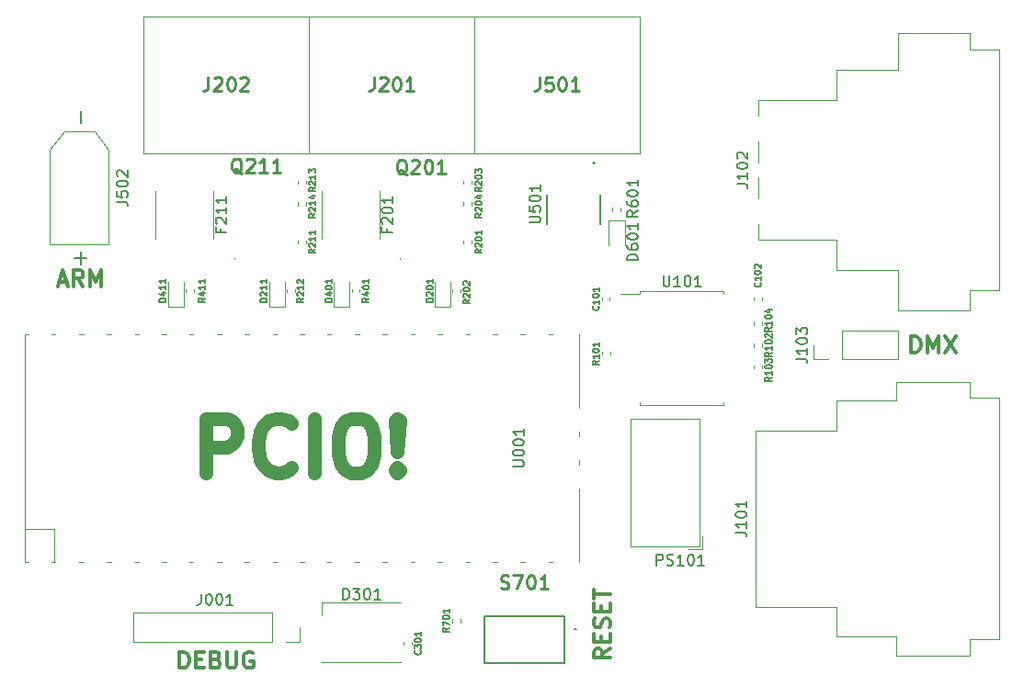
<source format=gbr>
%TF.GenerationSoftware,KiCad,Pcbnew,(6.0.0-0)*%
%TF.CreationDate,2022-10-23T23:34:43+01:00*%
%TF.ProjectId,PicoPyro,5069636f-5079-4726-9f2e-6b696361645f,rev?*%
%TF.SameCoordinates,Original*%
%TF.FileFunction,Legend,Top*%
%TF.FilePolarity,Positive*%
%FSLAX46Y46*%
G04 Gerber Fmt 4.6, Leading zero omitted, Abs format (unit mm)*
G04 Created by KiCad (PCBNEW (6.0.0-0)) date 2022-10-23 23:34:43*
%MOMM*%
%LPD*%
G01*
G04 APERTURE LIST*
%ADD10C,1.250000*%
%ADD11C,0.300000*%
%ADD12C,0.150000*%
%ADD13C,0.254000*%
%ADD14C,0.127000*%
%ADD15C,0.200000*%
%ADD16C,0.100000*%
%ADD17C,0.120000*%
G04 APERTURE END LIST*
D10*
X143190476Y-100761904D02*
X143190476Y-95761904D01*
X145095238Y-95761904D01*
X145571428Y-96000000D01*
X145809523Y-96238095D01*
X146047619Y-96714285D01*
X146047619Y-97428571D01*
X145809523Y-97904761D01*
X145571428Y-98142857D01*
X145095238Y-98380952D01*
X143190476Y-98380952D01*
X151047619Y-100285714D02*
X150809523Y-100523809D01*
X150095238Y-100761904D01*
X149619047Y-100761904D01*
X148904761Y-100523809D01*
X148428571Y-100047619D01*
X148190476Y-99571428D01*
X147952380Y-98619047D01*
X147952380Y-97904761D01*
X148190476Y-96952380D01*
X148428571Y-96476190D01*
X148904761Y-96000000D01*
X149619047Y-95761904D01*
X150095238Y-95761904D01*
X150809523Y-96000000D01*
X151047619Y-96238095D01*
X153190476Y-100761904D02*
X153190476Y-95761904D01*
X156523809Y-95761904D02*
X157476190Y-95761904D01*
X157952380Y-96000000D01*
X158428571Y-96476190D01*
X158666666Y-97428571D01*
X158666666Y-99095238D01*
X158428571Y-100047619D01*
X157952380Y-100523809D01*
X157476190Y-100761904D01*
X156523809Y-100761904D01*
X156047619Y-100523809D01*
X155571428Y-100047619D01*
X155333333Y-99095238D01*
X155333333Y-97428571D01*
X155571428Y-96476190D01*
X156047619Y-96000000D01*
X156523809Y-95761904D01*
X160809523Y-100285714D02*
X161047619Y-100523809D01*
X160809523Y-100761904D01*
X160571428Y-100523809D01*
X160809523Y-100285714D01*
X160809523Y-100761904D01*
X160809523Y-98857142D02*
X160571428Y-96000000D01*
X160809523Y-95761904D01*
X161047619Y-96000000D01*
X160809523Y-98857142D01*
X160809523Y-95761904D01*
D11*
X180378571Y-116978571D02*
X179664285Y-117478571D01*
X180378571Y-117835714D02*
X178878571Y-117835714D01*
X178878571Y-117264285D01*
X178950000Y-117121428D01*
X179021428Y-117050000D01*
X179164285Y-116978571D01*
X179378571Y-116978571D01*
X179521428Y-117050000D01*
X179592857Y-117121428D01*
X179664285Y-117264285D01*
X179664285Y-117835714D01*
X179592857Y-116335714D02*
X179592857Y-115835714D01*
X180378571Y-115621428D02*
X180378571Y-116335714D01*
X178878571Y-116335714D01*
X178878571Y-115621428D01*
X180307142Y-115050000D02*
X180378571Y-114835714D01*
X180378571Y-114478571D01*
X180307142Y-114335714D01*
X180235714Y-114264285D01*
X180092857Y-114192857D01*
X179950000Y-114192857D01*
X179807142Y-114264285D01*
X179735714Y-114335714D01*
X179664285Y-114478571D01*
X179592857Y-114764285D01*
X179521428Y-114907142D01*
X179450000Y-114978571D01*
X179307142Y-115050000D01*
X179164285Y-115050000D01*
X179021428Y-114978571D01*
X178950000Y-114907142D01*
X178878571Y-114764285D01*
X178878571Y-114407142D01*
X178950000Y-114192857D01*
X179592857Y-113550000D02*
X179592857Y-113050000D01*
X180378571Y-112835714D02*
X180378571Y-113550000D01*
X178878571Y-113550000D01*
X178878571Y-112835714D01*
X178878571Y-112407142D02*
X178878571Y-111550000D01*
X180378571Y-111978571D02*
X178878571Y-111978571D01*
X208135714Y-89678571D02*
X208135714Y-88178571D01*
X208492857Y-88178571D01*
X208707142Y-88250000D01*
X208850000Y-88392857D01*
X208921428Y-88535714D01*
X208992857Y-88821428D01*
X208992857Y-89035714D01*
X208921428Y-89321428D01*
X208850000Y-89464285D01*
X208707142Y-89607142D01*
X208492857Y-89678571D01*
X208135714Y-89678571D01*
X209635714Y-89678571D02*
X209635714Y-88178571D01*
X210135714Y-89250000D01*
X210635714Y-88178571D01*
X210635714Y-89678571D01*
X211207142Y-88178571D02*
X212207142Y-89678571D01*
X212207142Y-88178571D02*
X211207142Y-89678571D01*
X140742857Y-118778571D02*
X140742857Y-117278571D01*
X141100000Y-117278571D01*
X141314285Y-117350000D01*
X141457142Y-117492857D01*
X141528571Y-117635714D01*
X141600000Y-117921428D01*
X141600000Y-118135714D01*
X141528571Y-118421428D01*
X141457142Y-118564285D01*
X141314285Y-118707142D01*
X141100000Y-118778571D01*
X140742857Y-118778571D01*
X142242857Y-117992857D02*
X142742857Y-117992857D01*
X142957142Y-118778571D02*
X142242857Y-118778571D01*
X142242857Y-117278571D01*
X142957142Y-117278571D01*
X144100000Y-117992857D02*
X144314285Y-118064285D01*
X144385714Y-118135714D01*
X144457142Y-118278571D01*
X144457142Y-118492857D01*
X144385714Y-118635714D01*
X144314285Y-118707142D01*
X144171428Y-118778571D01*
X143600000Y-118778571D01*
X143600000Y-117278571D01*
X144100000Y-117278571D01*
X144242857Y-117350000D01*
X144314285Y-117421428D01*
X144385714Y-117564285D01*
X144385714Y-117707142D01*
X144314285Y-117850000D01*
X144242857Y-117921428D01*
X144100000Y-117992857D01*
X143600000Y-117992857D01*
X145100000Y-117278571D02*
X145100000Y-118492857D01*
X145171428Y-118635714D01*
X145242857Y-118707142D01*
X145385714Y-118778571D01*
X145671428Y-118778571D01*
X145814285Y-118707142D01*
X145885714Y-118635714D01*
X145957142Y-118492857D01*
X145957142Y-117278571D01*
X147457142Y-117350000D02*
X147314285Y-117278571D01*
X147100000Y-117278571D01*
X146885714Y-117350000D01*
X146742857Y-117492857D01*
X146671428Y-117635714D01*
X146600000Y-117921428D01*
X146600000Y-118135714D01*
X146671428Y-118421428D01*
X146742857Y-118564285D01*
X146885714Y-118707142D01*
X147100000Y-118778571D01*
X147242857Y-118778571D01*
X147457142Y-118707142D01*
X147528571Y-118635714D01*
X147528571Y-118135714D01*
X147242857Y-118135714D01*
X129635714Y-83150000D02*
X130350000Y-83150000D01*
X129492857Y-83578571D02*
X129992857Y-82078571D01*
X130492857Y-83578571D01*
X131850000Y-83578571D02*
X131350000Y-82864285D01*
X130992857Y-83578571D02*
X130992857Y-82078571D01*
X131564285Y-82078571D01*
X131707142Y-82150000D01*
X131778571Y-82221428D01*
X131850000Y-82364285D01*
X131850000Y-82578571D01*
X131778571Y-82721428D01*
X131707142Y-82792857D01*
X131564285Y-82864285D01*
X130992857Y-82864285D01*
X132492857Y-83578571D02*
X132492857Y-82078571D01*
X132992857Y-83150000D01*
X133492857Y-82078571D01*
X133492857Y-83578571D01*
D12*
%TO.C,U501*%
X172952380Y-77714285D02*
X173761904Y-77714285D01*
X173857142Y-77666666D01*
X173904761Y-77619047D01*
X173952380Y-77523809D01*
X173952380Y-77333333D01*
X173904761Y-77238095D01*
X173857142Y-77190476D01*
X173761904Y-77142857D01*
X172952380Y-77142857D01*
X172952380Y-76190476D02*
X172952380Y-76666666D01*
X173428571Y-76714285D01*
X173380952Y-76666666D01*
X173333333Y-76571428D01*
X173333333Y-76333333D01*
X173380952Y-76238095D01*
X173428571Y-76190476D01*
X173523809Y-76142857D01*
X173761904Y-76142857D01*
X173857142Y-76190476D01*
X173904761Y-76238095D01*
X173952380Y-76333333D01*
X173952380Y-76571428D01*
X173904761Y-76666666D01*
X173857142Y-76714285D01*
X172952380Y-75523809D02*
X172952380Y-75428571D01*
X173000000Y-75333333D01*
X173047619Y-75285714D01*
X173142857Y-75238095D01*
X173333333Y-75190476D01*
X173571428Y-75190476D01*
X173761904Y-75238095D01*
X173857142Y-75285714D01*
X173904761Y-75333333D01*
X173952380Y-75428571D01*
X173952380Y-75523809D01*
X173904761Y-75619047D01*
X173857142Y-75666666D01*
X173761904Y-75714285D01*
X173571428Y-75761904D01*
X173333333Y-75761904D01*
X173142857Y-75714285D01*
X173047619Y-75666666D01*
X173000000Y-75619047D01*
X172952380Y-75523809D01*
X173952380Y-74238095D02*
X173952380Y-74809523D01*
X173952380Y-74523809D02*
X172952380Y-74523809D01*
X173095238Y-74619047D01*
X173190476Y-74714285D01*
X173238095Y-74809523D01*
D13*
%TO.C,S701*%
X170322857Y-111414047D02*
X170504285Y-111474523D01*
X170806666Y-111474523D01*
X170927619Y-111414047D01*
X170988095Y-111353571D01*
X171048571Y-111232619D01*
X171048571Y-111111666D01*
X170988095Y-110990714D01*
X170927619Y-110930238D01*
X170806666Y-110869761D01*
X170564761Y-110809285D01*
X170443809Y-110748809D01*
X170383333Y-110688333D01*
X170322857Y-110567380D01*
X170322857Y-110446428D01*
X170383333Y-110325476D01*
X170443809Y-110265000D01*
X170564761Y-110204523D01*
X170867142Y-110204523D01*
X171048571Y-110265000D01*
X171471904Y-110204523D02*
X172318571Y-110204523D01*
X171774285Y-111474523D01*
X173044285Y-110204523D02*
X173165238Y-110204523D01*
X173286190Y-110265000D01*
X173346666Y-110325476D01*
X173407142Y-110446428D01*
X173467619Y-110688333D01*
X173467619Y-110990714D01*
X173407142Y-111232619D01*
X173346666Y-111353571D01*
X173286190Y-111414047D01*
X173165238Y-111474523D01*
X173044285Y-111474523D01*
X172923333Y-111414047D01*
X172862857Y-111353571D01*
X172802380Y-111232619D01*
X172741904Y-110990714D01*
X172741904Y-110688333D01*
X172802380Y-110446428D01*
X172862857Y-110325476D01*
X172923333Y-110265000D01*
X173044285Y-110204523D01*
X174677142Y-111474523D02*
X173951428Y-111474523D01*
X174314285Y-111474523D02*
X174314285Y-110204523D01*
X174193333Y-110385952D01*
X174072380Y-110506904D01*
X173951428Y-110567380D01*
%TO.C,Q211*%
X146469523Y-73195476D02*
X146348571Y-73135000D01*
X146227619Y-73014047D01*
X146046190Y-72832619D01*
X145925238Y-72772142D01*
X145804285Y-72772142D01*
X145864761Y-73074523D02*
X145743809Y-73014047D01*
X145622857Y-72893095D01*
X145562380Y-72651190D01*
X145562380Y-72227857D01*
X145622857Y-71985952D01*
X145743809Y-71865000D01*
X145864761Y-71804523D01*
X146106666Y-71804523D01*
X146227619Y-71865000D01*
X146348571Y-71985952D01*
X146409047Y-72227857D01*
X146409047Y-72651190D01*
X146348571Y-72893095D01*
X146227619Y-73014047D01*
X146106666Y-73074523D01*
X145864761Y-73074523D01*
X146892857Y-71925476D02*
X146953333Y-71865000D01*
X147074285Y-71804523D01*
X147376666Y-71804523D01*
X147497619Y-71865000D01*
X147558095Y-71925476D01*
X147618571Y-72046428D01*
X147618571Y-72167380D01*
X147558095Y-72348809D01*
X146832380Y-73074523D01*
X147618571Y-73074523D01*
X148828095Y-73074523D02*
X148102380Y-73074523D01*
X148465238Y-73074523D02*
X148465238Y-71804523D01*
X148344285Y-71985952D01*
X148223333Y-72106904D01*
X148102380Y-72167380D01*
X150037619Y-73074523D02*
X149311904Y-73074523D01*
X149674761Y-73074523D02*
X149674761Y-71804523D01*
X149553809Y-71985952D01*
X149432857Y-72106904D01*
X149311904Y-72167380D01*
%TO.C,Q201*%
X161669523Y-73295476D02*
X161548571Y-73235000D01*
X161427619Y-73114047D01*
X161246190Y-72932619D01*
X161125238Y-72872142D01*
X161004285Y-72872142D01*
X161064761Y-73174523D02*
X160943809Y-73114047D01*
X160822857Y-72993095D01*
X160762380Y-72751190D01*
X160762380Y-72327857D01*
X160822857Y-72085952D01*
X160943809Y-71965000D01*
X161064761Y-71904523D01*
X161306666Y-71904523D01*
X161427619Y-71965000D01*
X161548571Y-72085952D01*
X161609047Y-72327857D01*
X161609047Y-72751190D01*
X161548571Y-72993095D01*
X161427619Y-73114047D01*
X161306666Y-73174523D01*
X161064761Y-73174523D01*
X162092857Y-72025476D02*
X162153333Y-71965000D01*
X162274285Y-71904523D01*
X162576666Y-71904523D01*
X162697619Y-71965000D01*
X162758095Y-72025476D01*
X162818571Y-72146428D01*
X162818571Y-72267380D01*
X162758095Y-72448809D01*
X162032380Y-73174523D01*
X162818571Y-73174523D01*
X163604761Y-71904523D02*
X163725714Y-71904523D01*
X163846666Y-71965000D01*
X163907142Y-72025476D01*
X163967619Y-72146428D01*
X164028095Y-72388333D01*
X164028095Y-72690714D01*
X163967619Y-72932619D01*
X163907142Y-73053571D01*
X163846666Y-73114047D01*
X163725714Y-73174523D01*
X163604761Y-73174523D01*
X163483809Y-73114047D01*
X163423333Y-73053571D01*
X163362857Y-72932619D01*
X163302380Y-72690714D01*
X163302380Y-72388333D01*
X163362857Y-72146428D01*
X163423333Y-72025476D01*
X163483809Y-71965000D01*
X163604761Y-71904523D01*
X165237619Y-73174523D02*
X164511904Y-73174523D01*
X164874761Y-73174523D02*
X164874761Y-71904523D01*
X164753809Y-72085952D01*
X164632857Y-72206904D01*
X164511904Y-72267380D01*
%TO.C,J501*%
X173857142Y-64304523D02*
X173857142Y-65211666D01*
X173796666Y-65393095D01*
X173675714Y-65514047D01*
X173494285Y-65574523D01*
X173373333Y-65574523D01*
X175066666Y-64304523D02*
X174461904Y-64304523D01*
X174401428Y-64909285D01*
X174461904Y-64848809D01*
X174582857Y-64788333D01*
X174885238Y-64788333D01*
X175006190Y-64848809D01*
X175066666Y-64909285D01*
X175127142Y-65030238D01*
X175127142Y-65332619D01*
X175066666Y-65453571D01*
X175006190Y-65514047D01*
X174885238Y-65574523D01*
X174582857Y-65574523D01*
X174461904Y-65514047D01*
X174401428Y-65453571D01*
X175913333Y-64304523D02*
X176034285Y-64304523D01*
X176155238Y-64365000D01*
X176215714Y-64425476D01*
X176276190Y-64546428D01*
X176336666Y-64788333D01*
X176336666Y-65090714D01*
X176276190Y-65332619D01*
X176215714Y-65453571D01*
X176155238Y-65514047D01*
X176034285Y-65574523D01*
X175913333Y-65574523D01*
X175792380Y-65514047D01*
X175731904Y-65453571D01*
X175671428Y-65332619D01*
X175610952Y-65090714D01*
X175610952Y-64788333D01*
X175671428Y-64546428D01*
X175731904Y-64425476D01*
X175792380Y-64365000D01*
X175913333Y-64304523D01*
X177546190Y-65574523D02*
X176820476Y-65574523D01*
X177183333Y-65574523D02*
X177183333Y-64304523D01*
X177062380Y-64485952D01*
X176941428Y-64606904D01*
X176820476Y-64667380D01*
%TO.C,J202*%
X143367142Y-64304523D02*
X143367142Y-65211666D01*
X143306666Y-65393095D01*
X143185714Y-65514047D01*
X143004285Y-65574523D01*
X142883333Y-65574523D01*
X143911428Y-64425476D02*
X143971904Y-64365000D01*
X144092857Y-64304523D01*
X144395238Y-64304523D01*
X144516190Y-64365000D01*
X144576666Y-64425476D01*
X144637142Y-64546428D01*
X144637142Y-64667380D01*
X144576666Y-64848809D01*
X143850952Y-65574523D01*
X144637142Y-65574523D01*
X145423333Y-64304523D02*
X145544285Y-64304523D01*
X145665238Y-64365000D01*
X145725714Y-64425476D01*
X145786190Y-64546428D01*
X145846666Y-64788333D01*
X145846666Y-65090714D01*
X145786190Y-65332619D01*
X145725714Y-65453571D01*
X145665238Y-65514047D01*
X145544285Y-65574523D01*
X145423333Y-65574523D01*
X145302380Y-65514047D01*
X145241904Y-65453571D01*
X145181428Y-65332619D01*
X145120952Y-65090714D01*
X145120952Y-64788333D01*
X145181428Y-64546428D01*
X145241904Y-64425476D01*
X145302380Y-64365000D01*
X145423333Y-64304523D01*
X146330476Y-64425476D02*
X146390952Y-64365000D01*
X146511904Y-64304523D01*
X146814285Y-64304523D01*
X146935238Y-64365000D01*
X146995714Y-64425476D01*
X147056190Y-64546428D01*
X147056190Y-64667380D01*
X146995714Y-64848809D01*
X146270000Y-65574523D01*
X147056190Y-65574523D01*
%TO.C,J201*%
X158617142Y-64304523D02*
X158617142Y-65211666D01*
X158556666Y-65393095D01*
X158435714Y-65514047D01*
X158254285Y-65574523D01*
X158133333Y-65574523D01*
X159161428Y-64425476D02*
X159221904Y-64365000D01*
X159342857Y-64304523D01*
X159645238Y-64304523D01*
X159766190Y-64365000D01*
X159826666Y-64425476D01*
X159887142Y-64546428D01*
X159887142Y-64667380D01*
X159826666Y-64848809D01*
X159100952Y-65574523D01*
X159887142Y-65574523D01*
X160673333Y-64304523D02*
X160794285Y-64304523D01*
X160915238Y-64365000D01*
X160975714Y-64425476D01*
X161036190Y-64546428D01*
X161096666Y-64788333D01*
X161096666Y-65090714D01*
X161036190Y-65332619D01*
X160975714Y-65453571D01*
X160915238Y-65514047D01*
X160794285Y-65574523D01*
X160673333Y-65574523D01*
X160552380Y-65514047D01*
X160491904Y-65453571D01*
X160431428Y-65332619D01*
X160370952Y-65090714D01*
X160370952Y-64788333D01*
X160431428Y-64546428D01*
X160491904Y-64425476D01*
X160552380Y-64365000D01*
X160673333Y-64304523D01*
X162306190Y-65574523D02*
X161580476Y-65574523D01*
X161943333Y-65574523D02*
X161943333Y-64304523D01*
X161822380Y-64485952D01*
X161701428Y-64606904D01*
X161580476Y-64667380D01*
D12*
%TO.C,U001*%
X171452380Y-100214285D02*
X172261904Y-100214285D01*
X172357142Y-100166666D01*
X172404761Y-100119047D01*
X172452380Y-100023809D01*
X172452380Y-99833333D01*
X172404761Y-99738095D01*
X172357142Y-99690476D01*
X172261904Y-99642857D01*
X171452380Y-99642857D01*
X171452380Y-98976190D02*
X171452380Y-98880952D01*
X171500000Y-98785714D01*
X171547619Y-98738095D01*
X171642857Y-98690476D01*
X171833333Y-98642857D01*
X172071428Y-98642857D01*
X172261904Y-98690476D01*
X172357142Y-98738095D01*
X172404761Y-98785714D01*
X172452380Y-98880952D01*
X172452380Y-98976190D01*
X172404761Y-99071428D01*
X172357142Y-99119047D01*
X172261904Y-99166666D01*
X172071428Y-99214285D01*
X171833333Y-99214285D01*
X171642857Y-99166666D01*
X171547619Y-99119047D01*
X171500000Y-99071428D01*
X171452380Y-98976190D01*
X171452380Y-98023809D02*
X171452380Y-97928571D01*
X171500000Y-97833333D01*
X171547619Y-97785714D01*
X171642857Y-97738095D01*
X171833333Y-97690476D01*
X172071428Y-97690476D01*
X172261904Y-97738095D01*
X172357142Y-97785714D01*
X172404761Y-97833333D01*
X172452380Y-97928571D01*
X172452380Y-98023809D01*
X172404761Y-98119047D01*
X172357142Y-98166666D01*
X172261904Y-98214285D01*
X172071428Y-98261904D01*
X171833333Y-98261904D01*
X171642857Y-98214285D01*
X171547619Y-98166666D01*
X171500000Y-98119047D01*
X171452380Y-98023809D01*
X172452380Y-96738095D02*
X172452380Y-97309523D01*
X172452380Y-97023809D02*
X171452380Y-97023809D01*
X171595238Y-97119047D01*
X171690476Y-97214285D01*
X171738095Y-97309523D01*
%TO.C,J502*%
X134952380Y-75785714D02*
X135666666Y-75785714D01*
X135809523Y-75833333D01*
X135904761Y-75928571D01*
X135952380Y-76071428D01*
X135952380Y-76166666D01*
X134952380Y-74833333D02*
X134952380Y-75309523D01*
X135428571Y-75357142D01*
X135380952Y-75309523D01*
X135333333Y-75214285D01*
X135333333Y-74976190D01*
X135380952Y-74880952D01*
X135428571Y-74833333D01*
X135523809Y-74785714D01*
X135761904Y-74785714D01*
X135857142Y-74833333D01*
X135904761Y-74880952D01*
X135952380Y-74976190D01*
X135952380Y-75214285D01*
X135904761Y-75309523D01*
X135857142Y-75357142D01*
X134952380Y-74166666D02*
X134952380Y-74071428D01*
X135000000Y-73976190D01*
X135047619Y-73928571D01*
X135142857Y-73880952D01*
X135333333Y-73833333D01*
X135571428Y-73833333D01*
X135761904Y-73880952D01*
X135857142Y-73928571D01*
X135904761Y-73976190D01*
X135952380Y-74071428D01*
X135952380Y-74166666D01*
X135904761Y-74261904D01*
X135857142Y-74309523D01*
X135761904Y-74357142D01*
X135571428Y-74404761D01*
X135333333Y-74404761D01*
X135142857Y-74357142D01*
X135047619Y-74309523D01*
X135000000Y-74261904D01*
X134952380Y-74166666D01*
X135047619Y-73452380D02*
X135000000Y-73404761D01*
X134952380Y-73309523D01*
X134952380Y-73071428D01*
X135000000Y-72976190D01*
X135047619Y-72928571D01*
X135142857Y-72880952D01*
X135238095Y-72880952D01*
X135380952Y-72928571D01*
X135952380Y-73500000D01*
X135952380Y-72880952D01*
X131607142Y-68571428D02*
X131607142Y-67428571D01*
X131607142Y-81571428D02*
X131607142Y-80428571D01*
X132178571Y-81000000D02*
X131035714Y-81000000D01*
%TO.C,U101*%
X185285714Y-82602380D02*
X185285714Y-83411904D01*
X185333333Y-83507142D01*
X185380952Y-83554761D01*
X185476190Y-83602380D01*
X185666666Y-83602380D01*
X185761904Y-83554761D01*
X185809523Y-83507142D01*
X185857142Y-83411904D01*
X185857142Y-82602380D01*
X186857142Y-83602380D02*
X186285714Y-83602380D01*
X186571428Y-83602380D02*
X186571428Y-82602380D01*
X186476190Y-82745238D01*
X186380952Y-82840476D01*
X186285714Y-82888095D01*
X187476190Y-82602380D02*
X187571428Y-82602380D01*
X187666666Y-82650000D01*
X187714285Y-82697619D01*
X187761904Y-82792857D01*
X187809523Y-82983333D01*
X187809523Y-83221428D01*
X187761904Y-83411904D01*
X187714285Y-83507142D01*
X187666666Y-83554761D01*
X187571428Y-83602380D01*
X187476190Y-83602380D01*
X187380952Y-83554761D01*
X187333333Y-83507142D01*
X187285714Y-83411904D01*
X187238095Y-83221428D01*
X187238095Y-82983333D01*
X187285714Y-82792857D01*
X187333333Y-82697619D01*
X187380952Y-82650000D01*
X187476190Y-82602380D01*
X188761904Y-83602380D02*
X188190476Y-83602380D01*
X188476190Y-83602380D02*
X188476190Y-82602380D01*
X188380952Y-82745238D01*
X188285714Y-82840476D01*
X188190476Y-82888095D01*
%TO.C,R701*%
X165571428Y-115071428D02*
X165285714Y-115271428D01*
X165571428Y-115414285D02*
X164971428Y-115414285D01*
X164971428Y-115185714D01*
X165000000Y-115128571D01*
X165028571Y-115100000D01*
X165085714Y-115071428D01*
X165171428Y-115071428D01*
X165228571Y-115100000D01*
X165257142Y-115128571D01*
X165285714Y-115185714D01*
X165285714Y-115414285D01*
X164971428Y-114871428D02*
X164971428Y-114471428D01*
X165571428Y-114728571D01*
X164971428Y-114128571D02*
X164971428Y-114071428D01*
X165000000Y-114014285D01*
X165028571Y-113985714D01*
X165085714Y-113957142D01*
X165200000Y-113928571D01*
X165342857Y-113928571D01*
X165457142Y-113957142D01*
X165514285Y-113985714D01*
X165542857Y-114014285D01*
X165571428Y-114071428D01*
X165571428Y-114128571D01*
X165542857Y-114185714D01*
X165514285Y-114214285D01*
X165457142Y-114242857D01*
X165342857Y-114271428D01*
X165200000Y-114271428D01*
X165085714Y-114242857D01*
X165028571Y-114214285D01*
X165000000Y-114185714D01*
X164971428Y-114128571D01*
X165571428Y-113357142D02*
X165571428Y-113700000D01*
X165571428Y-113528571D02*
X164971428Y-113528571D01*
X165057142Y-113585714D01*
X165114285Y-113642857D01*
X165142857Y-113700000D01*
%TO.C,R601*%
X182952380Y-76619047D02*
X182476190Y-76952380D01*
X182952380Y-77190476D02*
X181952380Y-77190476D01*
X181952380Y-76809523D01*
X182000000Y-76714285D01*
X182047619Y-76666666D01*
X182142857Y-76619047D01*
X182285714Y-76619047D01*
X182380952Y-76666666D01*
X182428571Y-76714285D01*
X182476190Y-76809523D01*
X182476190Y-77190476D01*
X181952380Y-75761904D02*
X181952380Y-75952380D01*
X182000000Y-76047619D01*
X182047619Y-76095238D01*
X182190476Y-76190476D01*
X182380952Y-76238095D01*
X182761904Y-76238095D01*
X182857142Y-76190476D01*
X182904761Y-76142857D01*
X182952380Y-76047619D01*
X182952380Y-75857142D01*
X182904761Y-75761904D01*
X182857142Y-75714285D01*
X182761904Y-75666666D01*
X182523809Y-75666666D01*
X182428571Y-75714285D01*
X182380952Y-75761904D01*
X182333333Y-75857142D01*
X182333333Y-76047619D01*
X182380952Y-76142857D01*
X182428571Y-76190476D01*
X182523809Y-76238095D01*
X181952380Y-75047619D02*
X181952380Y-74952380D01*
X182000000Y-74857142D01*
X182047619Y-74809523D01*
X182142857Y-74761904D01*
X182333333Y-74714285D01*
X182571428Y-74714285D01*
X182761904Y-74761904D01*
X182857142Y-74809523D01*
X182904761Y-74857142D01*
X182952380Y-74952380D01*
X182952380Y-75047619D01*
X182904761Y-75142857D01*
X182857142Y-75190476D01*
X182761904Y-75238095D01*
X182571428Y-75285714D01*
X182333333Y-75285714D01*
X182142857Y-75238095D01*
X182047619Y-75190476D01*
X182000000Y-75142857D01*
X181952380Y-75047619D01*
X182952380Y-73761904D02*
X182952380Y-74333333D01*
X182952380Y-74047619D02*
X181952380Y-74047619D01*
X182095238Y-74142857D01*
X182190476Y-74238095D01*
X182238095Y-74333333D01*
%TO.C,R411*%
X143071428Y-84671428D02*
X142785714Y-84871428D01*
X143071428Y-85014285D02*
X142471428Y-85014285D01*
X142471428Y-84785714D01*
X142500000Y-84728571D01*
X142528571Y-84700000D01*
X142585714Y-84671428D01*
X142671428Y-84671428D01*
X142728571Y-84700000D01*
X142757142Y-84728571D01*
X142785714Y-84785714D01*
X142785714Y-85014285D01*
X142671428Y-84157142D02*
X143071428Y-84157142D01*
X142442857Y-84300000D02*
X142871428Y-84442857D01*
X142871428Y-84071428D01*
X143071428Y-83528571D02*
X143071428Y-83871428D01*
X143071428Y-83700000D02*
X142471428Y-83700000D01*
X142557142Y-83757142D01*
X142614285Y-83814285D01*
X142642857Y-83871428D01*
X143071428Y-82957142D02*
X143071428Y-83300000D01*
X143071428Y-83128571D02*
X142471428Y-83128571D01*
X142557142Y-83185714D01*
X142614285Y-83242857D01*
X142642857Y-83300000D01*
%TO.C,R401*%
X158171428Y-84671428D02*
X157885714Y-84871428D01*
X158171428Y-85014285D02*
X157571428Y-85014285D01*
X157571428Y-84785714D01*
X157600000Y-84728571D01*
X157628571Y-84700000D01*
X157685714Y-84671428D01*
X157771428Y-84671428D01*
X157828571Y-84700000D01*
X157857142Y-84728571D01*
X157885714Y-84785714D01*
X157885714Y-85014285D01*
X157771428Y-84157142D02*
X158171428Y-84157142D01*
X157542857Y-84300000D02*
X157971428Y-84442857D01*
X157971428Y-84071428D01*
X157571428Y-83728571D02*
X157571428Y-83671428D01*
X157600000Y-83614285D01*
X157628571Y-83585714D01*
X157685714Y-83557142D01*
X157800000Y-83528571D01*
X157942857Y-83528571D01*
X158057142Y-83557142D01*
X158114285Y-83585714D01*
X158142857Y-83614285D01*
X158171428Y-83671428D01*
X158171428Y-83728571D01*
X158142857Y-83785714D01*
X158114285Y-83814285D01*
X158057142Y-83842857D01*
X157942857Y-83871428D01*
X157800000Y-83871428D01*
X157685714Y-83842857D01*
X157628571Y-83814285D01*
X157600000Y-83785714D01*
X157571428Y-83728571D01*
X158171428Y-82957142D02*
X158171428Y-83300000D01*
X158171428Y-83128571D02*
X157571428Y-83128571D01*
X157657142Y-83185714D01*
X157714285Y-83242857D01*
X157742857Y-83300000D01*
%TO.C,R214*%
X153271428Y-76871428D02*
X152985714Y-77071428D01*
X153271428Y-77214285D02*
X152671428Y-77214285D01*
X152671428Y-76985714D01*
X152700000Y-76928571D01*
X152728571Y-76900000D01*
X152785714Y-76871428D01*
X152871428Y-76871428D01*
X152928571Y-76900000D01*
X152957142Y-76928571D01*
X152985714Y-76985714D01*
X152985714Y-77214285D01*
X152728571Y-76642857D02*
X152700000Y-76614285D01*
X152671428Y-76557142D01*
X152671428Y-76414285D01*
X152700000Y-76357142D01*
X152728571Y-76328571D01*
X152785714Y-76300000D01*
X152842857Y-76300000D01*
X152928571Y-76328571D01*
X153271428Y-76671428D01*
X153271428Y-76300000D01*
X153271428Y-75728571D02*
X153271428Y-76071428D01*
X153271428Y-75900000D02*
X152671428Y-75900000D01*
X152757142Y-75957142D01*
X152814285Y-76014285D01*
X152842857Y-76071428D01*
X152871428Y-75214285D02*
X153271428Y-75214285D01*
X152642857Y-75357142D02*
X153071428Y-75500000D01*
X153071428Y-75128571D01*
%TO.C,R213*%
X153271428Y-74471428D02*
X152985714Y-74671428D01*
X153271428Y-74814285D02*
X152671428Y-74814285D01*
X152671428Y-74585714D01*
X152700000Y-74528571D01*
X152728571Y-74500000D01*
X152785714Y-74471428D01*
X152871428Y-74471428D01*
X152928571Y-74500000D01*
X152957142Y-74528571D01*
X152985714Y-74585714D01*
X152985714Y-74814285D01*
X152728571Y-74242857D02*
X152700000Y-74214285D01*
X152671428Y-74157142D01*
X152671428Y-74014285D01*
X152700000Y-73957142D01*
X152728571Y-73928571D01*
X152785714Y-73900000D01*
X152842857Y-73900000D01*
X152928571Y-73928571D01*
X153271428Y-74271428D01*
X153271428Y-73900000D01*
X153271428Y-73328571D02*
X153271428Y-73671428D01*
X153271428Y-73500000D02*
X152671428Y-73500000D01*
X152757142Y-73557142D01*
X152814285Y-73614285D01*
X152842857Y-73671428D01*
X152671428Y-73128571D02*
X152671428Y-72757142D01*
X152900000Y-72957142D01*
X152900000Y-72871428D01*
X152928571Y-72814285D01*
X152957142Y-72785714D01*
X153014285Y-72757142D01*
X153157142Y-72757142D01*
X153214285Y-72785714D01*
X153242857Y-72814285D01*
X153271428Y-72871428D01*
X153271428Y-73042857D01*
X153242857Y-73100000D01*
X153214285Y-73128571D01*
%TO.C,R212*%
X152171428Y-84671428D02*
X151885714Y-84871428D01*
X152171428Y-85014285D02*
X151571428Y-85014285D01*
X151571428Y-84785714D01*
X151600000Y-84728571D01*
X151628571Y-84700000D01*
X151685714Y-84671428D01*
X151771428Y-84671428D01*
X151828571Y-84700000D01*
X151857142Y-84728571D01*
X151885714Y-84785714D01*
X151885714Y-85014285D01*
X151628571Y-84442857D02*
X151600000Y-84414285D01*
X151571428Y-84357142D01*
X151571428Y-84214285D01*
X151600000Y-84157142D01*
X151628571Y-84128571D01*
X151685714Y-84100000D01*
X151742857Y-84100000D01*
X151828571Y-84128571D01*
X152171428Y-84471428D01*
X152171428Y-84100000D01*
X152171428Y-83528571D02*
X152171428Y-83871428D01*
X152171428Y-83700000D02*
X151571428Y-83700000D01*
X151657142Y-83757142D01*
X151714285Y-83814285D01*
X151742857Y-83871428D01*
X151628571Y-83300000D02*
X151600000Y-83271428D01*
X151571428Y-83214285D01*
X151571428Y-83071428D01*
X151600000Y-83014285D01*
X151628571Y-82985714D01*
X151685714Y-82957142D01*
X151742857Y-82957142D01*
X151828571Y-82985714D01*
X152171428Y-83328571D01*
X152171428Y-82957142D01*
%TO.C,R211*%
X153271428Y-80171428D02*
X152985714Y-80371428D01*
X153271428Y-80514285D02*
X152671428Y-80514285D01*
X152671428Y-80285714D01*
X152700000Y-80228571D01*
X152728571Y-80200000D01*
X152785714Y-80171428D01*
X152871428Y-80171428D01*
X152928571Y-80200000D01*
X152957142Y-80228571D01*
X152985714Y-80285714D01*
X152985714Y-80514285D01*
X152728571Y-79942857D02*
X152700000Y-79914285D01*
X152671428Y-79857142D01*
X152671428Y-79714285D01*
X152700000Y-79657142D01*
X152728571Y-79628571D01*
X152785714Y-79600000D01*
X152842857Y-79600000D01*
X152928571Y-79628571D01*
X153271428Y-79971428D01*
X153271428Y-79600000D01*
X153271428Y-79028571D02*
X153271428Y-79371428D01*
X153271428Y-79200000D02*
X152671428Y-79200000D01*
X152757142Y-79257142D01*
X152814285Y-79314285D01*
X152842857Y-79371428D01*
X153271428Y-78457142D02*
X153271428Y-78800000D01*
X153271428Y-78628571D02*
X152671428Y-78628571D01*
X152757142Y-78685714D01*
X152814285Y-78742857D01*
X152842857Y-78800000D01*
%TO.C,R204*%
X168571428Y-76871428D02*
X168285714Y-77071428D01*
X168571428Y-77214285D02*
X167971428Y-77214285D01*
X167971428Y-76985714D01*
X168000000Y-76928571D01*
X168028571Y-76900000D01*
X168085714Y-76871428D01*
X168171428Y-76871428D01*
X168228571Y-76900000D01*
X168257142Y-76928571D01*
X168285714Y-76985714D01*
X168285714Y-77214285D01*
X168028571Y-76642857D02*
X168000000Y-76614285D01*
X167971428Y-76557142D01*
X167971428Y-76414285D01*
X168000000Y-76357142D01*
X168028571Y-76328571D01*
X168085714Y-76300000D01*
X168142857Y-76300000D01*
X168228571Y-76328571D01*
X168571428Y-76671428D01*
X168571428Y-76300000D01*
X167971428Y-75928571D02*
X167971428Y-75871428D01*
X168000000Y-75814285D01*
X168028571Y-75785714D01*
X168085714Y-75757142D01*
X168200000Y-75728571D01*
X168342857Y-75728571D01*
X168457142Y-75757142D01*
X168514285Y-75785714D01*
X168542857Y-75814285D01*
X168571428Y-75871428D01*
X168571428Y-75928571D01*
X168542857Y-75985714D01*
X168514285Y-76014285D01*
X168457142Y-76042857D01*
X168342857Y-76071428D01*
X168200000Y-76071428D01*
X168085714Y-76042857D01*
X168028571Y-76014285D01*
X168000000Y-75985714D01*
X167971428Y-75928571D01*
X168171428Y-75214285D02*
X168571428Y-75214285D01*
X167942857Y-75357142D02*
X168371428Y-75500000D01*
X168371428Y-75128571D01*
%TO.C,R203*%
X168571428Y-74471428D02*
X168285714Y-74671428D01*
X168571428Y-74814285D02*
X167971428Y-74814285D01*
X167971428Y-74585714D01*
X168000000Y-74528571D01*
X168028571Y-74500000D01*
X168085714Y-74471428D01*
X168171428Y-74471428D01*
X168228571Y-74500000D01*
X168257142Y-74528571D01*
X168285714Y-74585714D01*
X168285714Y-74814285D01*
X168028571Y-74242857D02*
X168000000Y-74214285D01*
X167971428Y-74157142D01*
X167971428Y-74014285D01*
X168000000Y-73957142D01*
X168028571Y-73928571D01*
X168085714Y-73900000D01*
X168142857Y-73900000D01*
X168228571Y-73928571D01*
X168571428Y-74271428D01*
X168571428Y-73900000D01*
X167971428Y-73528571D02*
X167971428Y-73471428D01*
X168000000Y-73414285D01*
X168028571Y-73385714D01*
X168085714Y-73357142D01*
X168200000Y-73328571D01*
X168342857Y-73328571D01*
X168457142Y-73357142D01*
X168514285Y-73385714D01*
X168542857Y-73414285D01*
X168571428Y-73471428D01*
X168571428Y-73528571D01*
X168542857Y-73585714D01*
X168514285Y-73614285D01*
X168457142Y-73642857D01*
X168342857Y-73671428D01*
X168200000Y-73671428D01*
X168085714Y-73642857D01*
X168028571Y-73614285D01*
X168000000Y-73585714D01*
X167971428Y-73528571D01*
X167971428Y-73128571D02*
X167971428Y-72757142D01*
X168200000Y-72957142D01*
X168200000Y-72871428D01*
X168228571Y-72814285D01*
X168257142Y-72785714D01*
X168314285Y-72757142D01*
X168457142Y-72757142D01*
X168514285Y-72785714D01*
X168542857Y-72814285D01*
X168571428Y-72871428D01*
X168571428Y-73042857D01*
X168542857Y-73100000D01*
X168514285Y-73128571D01*
%TO.C,R202*%
X167471428Y-84825069D02*
X167185714Y-85025069D01*
X167471428Y-85167926D02*
X166871428Y-85167926D01*
X166871428Y-84939355D01*
X166900000Y-84882212D01*
X166928571Y-84853641D01*
X166985714Y-84825069D01*
X167071428Y-84825069D01*
X167128571Y-84853641D01*
X167157142Y-84882212D01*
X167185714Y-84939355D01*
X167185714Y-85167926D01*
X166928571Y-84596498D02*
X166900000Y-84567926D01*
X166871428Y-84510783D01*
X166871428Y-84367926D01*
X166900000Y-84310783D01*
X166928571Y-84282212D01*
X166985714Y-84253641D01*
X167042857Y-84253641D01*
X167128571Y-84282212D01*
X167471428Y-84625069D01*
X167471428Y-84253641D01*
X166871428Y-83882212D02*
X166871428Y-83825069D01*
X166900000Y-83767926D01*
X166928571Y-83739355D01*
X166985714Y-83710783D01*
X167100000Y-83682212D01*
X167242857Y-83682212D01*
X167357142Y-83710783D01*
X167414285Y-83739355D01*
X167442857Y-83767926D01*
X167471428Y-83825069D01*
X167471428Y-83882212D01*
X167442857Y-83939355D01*
X167414285Y-83967926D01*
X167357142Y-83996498D01*
X167242857Y-84025069D01*
X167100000Y-84025069D01*
X166985714Y-83996498D01*
X166928571Y-83967926D01*
X166900000Y-83939355D01*
X166871428Y-83882212D01*
X166928571Y-83453641D02*
X166900000Y-83425069D01*
X166871428Y-83367926D01*
X166871428Y-83225069D01*
X166900000Y-83167926D01*
X166928571Y-83139355D01*
X166985714Y-83110783D01*
X167042857Y-83110783D01*
X167128571Y-83139355D01*
X167471428Y-83482212D01*
X167471428Y-83110783D01*
%TO.C,R201*%
X168571428Y-80171428D02*
X168285714Y-80371428D01*
X168571428Y-80514285D02*
X167971428Y-80514285D01*
X167971428Y-80285714D01*
X168000000Y-80228571D01*
X168028571Y-80200000D01*
X168085714Y-80171428D01*
X168171428Y-80171428D01*
X168228571Y-80200000D01*
X168257142Y-80228571D01*
X168285714Y-80285714D01*
X168285714Y-80514285D01*
X168028571Y-79942857D02*
X168000000Y-79914285D01*
X167971428Y-79857142D01*
X167971428Y-79714285D01*
X168000000Y-79657142D01*
X168028571Y-79628571D01*
X168085714Y-79600000D01*
X168142857Y-79600000D01*
X168228571Y-79628571D01*
X168571428Y-79971428D01*
X168571428Y-79600000D01*
X167971428Y-79228571D02*
X167971428Y-79171428D01*
X168000000Y-79114285D01*
X168028571Y-79085714D01*
X168085714Y-79057142D01*
X168200000Y-79028571D01*
X168342857Y-79028571D01*
X168457142Y-79057142D01*
X168514285Y-79085714D01*
X168542857Y-79114285D01*
X168571428Y-79171428D01*
X168571428Y-79228571D01*
X168542857Y-79285714D01*
X168514285Y-79314285D01*
X168457142Y-79342857D01*
X168342857Y-79371428D01*
X168200000Y-79371428D01*
X168085714Y-79342857D01*
X168028571Y-79314285D01*
X168000000Y-79285714D01*
X167971428Y-79228571D01*
X168571428Y-78457142D02*
X168571428Y-78800000D01*
X168571428Y-78628571D02*
X167971428Y-78628571D01*
X168057142Y-78685714D01*
X168114285Y-78742857D01*
X168142857Y-78800000D01*
%TO.C,R104*%
X195271428Y-87371428D02*
X194985714Y-87571428D01*
X195271428Y-87714285D02*
X194671428Y-87714285D01*
X194671428Y-87485714D01*
X194700000Y-87428571D01*
X194728571Y-87400000D01*
X194785714Y-87371428D01*
X194871428Y-87371428D01*
X194928571Y-87400000D01*
X194957142Y-87428571D01*
X194985714Y-87485714D01*
X194985714Y-87714285D01*
X195271428Y-86800000D02*
X195271428Y-87142857D01*
X195271428Y-86971428D02*
X194671428Y-86971428D01*
X194757142Y-87028571D01*
X194814285Y-87085714D01*
X194842857Y-87142857D01*
X194671428Y-86428571D02*
X194671428Y-86371428D01*
X194700000Y-86314285D01*
X194728571Y-86285714D01*
X194785714Y-86257142D01*
X194900000Y-86228571D01*
X195042857Y-86228571D01*
X195157142Y-86257142D01*
X195214285Y-86285714D01*
X195242857Y-86314285D01*
X195271428Y-86371428D01*
X195271428Y-86428571D01*
X195242857Y-86485714D01*
X195214285Y-86514285D01*
X195157142Y-86542857D01*
X195042857Y-86571428D01*
X194900000Y-86571428D01*
X194785714Y-86542857D01*
X194728571Y-86514285D01*
X194700000Y-86485714D01*
X194671428Y-86428571D01*
X194871428Y-85714285D02*
X195271428Y-85714285D01*
X194642857Y-85857142D02*
X195071428Y-86000000D01*
X195071428Y-85628571D01*
%TO.C,R103*%
X195271428Y-91971428D02*
X194985714Y-92171428D01*
X195271428Y-92314285D02*
X194671428Y-92314285D01*
X194671428Y-92085714D01*
X194700000Y-92028571D01*
X194728571Y-92000000D01*
X194785714Y-91971428D01*
X194871428Y-91971428D01*
X194928571Y-92000000D01*
X194957142Y-92028571D01*
X194985714Y-92085714D01*
X194985714Y-92314285D01*
X195271428Y-91400000D02*
X195271428Y-91742857D01*
X195271428Y-91571428D02*
X194671428Y-91571428D01*
X194757142Y-91628571D01*
X194814285Y-91685714D01*
X194842857Y-91742857D01*
X194671428Y-91028571D02*
X194671428Y-90971428D01*
X194700000Y-90914285D01*
X194728571Y-90885714D01*
X194785714Y-90857142D01*
X194900000Y-90828571D01*
X195042857Y-90828571D01*
X195157142Y-90857142D01*
X195214285Y-90885714D01*
X195242857Y-90914285D01*
X195271428Y-90971428D01*
X195271428Y-91028571D01*
X195242857Y-91085714D01*
X195214285Y-91114285D01*
X195157142Y-91142857D01*
X195042857Y-91171428D01*
X194900000Y-91171428D01*
X194785714Y-91142857D01*
X194728571Y-91114285D01*
X194700000Y-91085714D01*
X194671428Y-91028571D01*
X194671428Y-90628571D02*
X194671428Y-90257142D01*
X194900000Y-90457142D01*
X194900000Y-90371428D01*
X194928571Y-90314285D01*
X194957142Y-90285714D01*
X195014285Y-90257142D01*
X195157142Y-90257142D01*
X195214285Y-90285714D01*
X195242857Y-90314285D01*
X195271428Y-90371428D01*
X195271428Y-90542857D01*
X195242857Y-90600000D01*
X195214285Y-90628571D01*
%TO.C,R102*%
X195271428Y-89671428D02*
X194985714Y-89871428D01*
X195271428Y-90014285D02*
X194671428Y-90014285D01*
X194671428Y-89785714D01*
X194700000Y-89728571D01*
X194728571Y-89700000D01*
X194785714Y-89671428D01*
X194871428Y-89671428D01*
X194928571Y-89700000D01*
X194957142Y-89728571D01*
X194985714Y-89785714D01*
X194985714Y-90014285D01*
X195271428Y-89100000D02*
X195271428Y-89442857D01*
X195271428Y-89271428D02*
X194671428Y-89271428D01*
X194757142Y-89328571D01*
X194814285Y-89385714D01*
X194842857Y-89442857D01*
X194671428Y-88728571D02*
X194671428Y-88671428D01*
X194700000Y-88614285D01*
X194728571Y-88585714D01*
X194785714Y-88557142D01*
X194900000Y-88528571D01*
X195042857Y-88528571D01*
X195157142Y-88557142D01*
X195214285Y-88585714D01*
X195242857Y-88614285D01*
X195271428Y-88671428D01*
X195271428Y-88728571D01*
X195242857Y-88785714D01*
X195214285Y-88814285D01*
X195157142Y-88842857D01*
X195042857Y-88871428D01*
X194900000Y-88871428D01*
X194785714Y-88842857D01*
X194728571Y-88814285D01*
X194700000Y-88785714D01*
X194671428Y-88728571D01*
X194728571Y-88300000D02*
X194700000Y-88271428D01*
X194671428Y-88214285D01*
X194671428Y-88071428D01*
X194700000Y-88014285D01*
X194728571Y-87985714D01*
X194785714Y-87957142D01*
X194842857Y-87957142D01*
X194928571Y-87985714D01*
X195271428Y-88328571D01*
X195271428Y-87957142D01*
%TO.C,R101*%
X179371428Y-90471428D02*
X179085714Y-90671428D01*
X179371428Y-90814285D02*
X178771428Y-90814285D01*
X178771428Y-90585714D01*
X178800000Y-90528571D01*
X178828571Y-90500000D01*
X178885714Y-90471428D01*
X178971428Y-90471428D01*
X179028571Y-90500000D01*
X179057142Y-90528571D01*
X179085714Y-90585714D01*
X179085714Y-90814285D01*
X179371428Y-89900000D02*
X179371428Y-90242857D01*
X179371428Y-90071428D02*
X178771428Y-90071428D01*
X178857142Y-90128571D01*
X178914285Y-90185714D01*
X178942857Y-90242857D01*
X178771428Y-89528571D02*
X178771428Y-89471428D01*
X178800000Y-89414285D01*
X178828571Y-89385714D01*
X178885714Y-89357142D01*
X179000000Y-89328571D01*
X179142857Y-89328571D01*
X179257142Y-89357142D01*
X179314285Y-89385714D01*
X179342857Y-89414285D01*
X179371428Y-89471428D01*
X179371428Y-89528571D01*
X179342857Y-89585714D01*
X179314285Y-89614285D01*
X179257142Y-89642857D01*
X179142857Y-89671428D01*
X179000000Y-89671428D01*
X178885714Y-89642857D01*
X178828571Y-89614285D01*
X178800000Y-89585714D01*
X178771428Y-89528571D01*
X179371428Y-88757142D02*
X179371428Y-89100000D01*
X179371428Y-88928571D02*
X178771428Y-88928571D01*
X178857142Y-88985714D01*
X178914285Y-89042857D01*
X178942857Y-89100000D01*
%TO.C,PS101*%
X184675833Y-109309880D02*
X184675833Y-108309880D01*
X185056785Y-108309880D01*
X185152023Y-108357500D01*
X185199642Y-108405119D01*
X185247261Y-108500357D01*
X185247261Y-108643214D01*
X185199642Y-108738452D01*
X185152023Y-108786071D01*
X185056785Y-108833690D01*
X184675833Y-108833690D01*
X185628214Y-109262261D02*
X185771071Y-109309880D01*
X186009166Y-109309880D01*
X186104404Y-109262261D01*
X186152023Y-109214642D01*
X186199642Y-109119404D01*
X186199642Y-109024166D01*
X186152023Y-108928928D01*
X186104404Y-108881309D01*
X186009166Y-108833690D01*
X185818690Y-108786071D01*
X185723452Y-108738452D01*
X185675833Y-108690833D01*
X185628214Y-108595595D01*
X185628214Y-108500357D01*
X185675833Y-108405119D01*
X185723452Y-108357500D01*
X185818690Y-108309880D01*
X186056785Y-108309880D01*
X186199642Y-108357500D01*
X187152023Y-109309880D02*
X186580595Y-109309880D01*
X186866309Y-109309880D02*
X186866309Y-108309880D01*
X186771071Y-108452738D01*
X186675833Y-108547976D01*
X186580595Y-108595595D01*
X187771071Y-108309880D02*
X187866309Y-108309880D01*
X187961547Y-108357500D01*
X188009166Y-108405119D01*
X188056785Y-108500357D01*
X188104404Y-108690833D01*
X188104404Y-108928928D01*
X188056785Y-109119404D01*
X188009166Y-109214642D01*
X187961547Y-109262261D01*
X187866309Y-109309880D01*
X187771071Y-109309880D01*
X187675833Y-109262261D01*
X187628214Y-109214642D01*
X187580595Y-109119404D01*
X187532976Y-108928928D01*
X187532976Y-108690833D01*
X187580595Y-108500357D01*
X187628214Y-108405119D01*
X187675833Y-108357500D01*
X187771071Y-108309880D01*
X189056785Y-109309880D02*
X188485357Y-109309880D01*
X188771071Y-109309880D02*
X188771071Y-108309880D01*
X188675833Y-108452738D01*
X188580595Y-108547976D01*
X188485357Y-108595595D01*
%TO.C,J103*%
X197552380Y-90285714D02*
X198266666Y-90285714D01*
X198409523Y-90333333D01*
X198504761Y-90428571D01*
X198552380Y-90571428D01*
X198552380Y-90666666D01*
X198552380Y-89285714D02*
X198552380Y-89857142D01*
X198552380Y-89571428D02*
X197552380Y-89571428D01*
X197695238Y-89666666D01*
X197790476Y-89761904D01*
X197838095Y-89857142D01*
X197552380Y-88666666D02*
X197552380Y-88571428D01*
X197600000Y-88476190D01*
X197647619Y-88428571D01*
X197742857Y-88380952D01*
X197933333Y-88333333D01*
X198171428Y-88333333D01*
X198361904Y-88380952D01*
X198457142Y-88428571D01*
X198504761Y-88476190D01*
X198552380Y-88571428D01*
X198552380Y-88666666D01*
X198504761Y-88761904D01*
X198457142Y-88809523D01*
X198361904Y-88857142D01*
X198171428Y-88904761D01*
X197933333Y-88904761D01*
X197742857Y-88857142D01*
X197647619Y-88809523D01*
X197600000Y-88761904D01*
X197552380Y-88666666D01*
X197552380Y-88000000D02*
X197552380Y-87380952D01*
X197933333Y-87714285D01*
X197933333Y-87571428D01*
X197980952Y-87476190D01*
X198028571Y-87428571D01*
X198123809Y-87380952D01*
X198361904Y-87380952D01*
X198457142Y-87428571D01*
X198504761Y-87476190D01*
X198552380Y-87571428D01*
X198552380Y-87857142D01*
X198504761Y-87952380D01*
X198457142Y-88000000D01*
%TO.C,J102*%
X192062380Y-74135714D02*
X192776666Y-74135714D01*
X192919523Y-74183333D01*
X193014761Y-74278571D01*
X193062380Y-74421428D01*
X193062380Y-74516666D01*
X193062380Y-73135714D02*
X193062380Y-73707142D01*
X193062380Y-73421428D02*
X192062380Y-73421428D01*
X192205238Y-73516666D01*
X192300476Y-73611904D01*
X192348095Y-73707142D01*
X192062380Y-72516666D02*
X192062380Y-72421428D01*
X192110000Y-72326190D01*
X192157619Y-72278571D01*
X192252857Y-72230952D01*
X192443333Y-72183333D01*
X192681428Y-72183333D01*
X192871904Y-72230952D01*
X192967142Y-72278571D01*
X193014761Y-72326190D01*
X193062380Y-72421428D01*
X193062380Y-72516666D01*
X193014761Y-72611904D01*
X192967142Y-72659523D01*
X192871904Y-72707142D01*
X192681428Y-72754761D01*
X192443333Y-72754761D01*
X192252857Y-72707142D01*
X192157619Y-72659523D01*
X192110000Y-72611904D01*
X192062380Y-72516666D01*
X192157619Y-71802380D02*
X192110000Y-71754761D01*
X192062380Y-71659523D01*
X192062380Y-71421428D01*
X192110000Y-71326190D01*
X192157619Y-71278571D01*
X192252857Y-71230952D01*
X192348095Y-71230952D01*
X192490952Y-71278571D01*
X193062380Y-71850000D01*
X193062380Y-71230952D01*
%TO.C,J101*%
X191952380Y-106285714D02*
X192666666Y-106285714D01*
X192809523Y-106333333D01*
X192904761Y-106428571D01*
X192952380Y-106571428D01*
X192952380Y-106666666D01*
X192952380Y-105285714D02*
X192952380Y-105857142D01*
X192952380Y-105571428D02*
X191952380Y-105571428D01*
X192095238Y-105666666D01*
X192190476Y-105761904D01*
X192238095Y-105857142D01*
X191952380Y-104666666D02*
X191952380Y-104571428D01*
X192000000Y-104476190D01*
X192047619Y-104428571D01*
X192142857Y-104380952D01*
X192333333Y-104333333D01*
X192571428Y-104333333D01*
X192761904Y-104380952D01*
X192857142Y-104428571D01*
X192904761Y-104476190D01*
X192952380Y-104571428D01*
X192952380Y-104666666D01*
X192904761Y-104761904D01*
X192857142Y-104809523D01*
X192761904Y-104857142D01*
X192571428Y-104904761D01*
X192333333Y-104904761D01*
X192142857Y-104857142D01*
X192047619Y-104809523D01*
X192000000Y-104761904D01*
X191952380Y-104666666D01*
X192952380Y-103380952D02*
X192952380Y-103952380D01*
X192952380Y-103666666D02*
X191952380Y-103666666D01*
X192095238Y-103761904D01*
X192190476Y-103857142D01*
X192238095Y-103952380D01*
%TO.C,J001*%
X142714285Y-111952380D02*
X142714285Y-112666666D01*
X142666666Y-112809523D01*
X142571428Y-112904761D01*
X142428571Y-112952380D01*
X142333333Y-112952380D01*
X143380952Y-111952380D02*
X143476190Y-111952380D01*
X143571428Y-112000000D01*
X143619047Y-112047619D01*
X143666666Y-112142857D01*
X143714285Y-112333333D01*
X143714285Y-112571428D01*
X143666666Y-112761904D01*
X143619047Y-112857142D01*
X143571428Y-112904761D01*
X143476190Y-112952380D01*
X143380952Y-112952380D01*
X143285714Y-112904761D01*
X143238095Y-112857142D01*
X143190476Y-112761904D01*
X143142857Y-112571428D01*
X143142857Y-112333333D01*
X143190476Y-112142857D01*
X143238095Y-112047619D01*
X143285714Y-112000000D01*
X143380952Y-111952380D01*
X144333333Y-111952380D02*
X144428571Y-111952380D01*
X144523809Y-112000000D01*
X144571428Y-112047619D01*
X144619047Y-112142857D01*
X144666666Y-112333333D01*
X144666666Y-112571428D01*
X144619047Y-112761904D01*
X144571428Y-112857142D01*
X144523809Y-112904761D01*
X144428571Y-112952380D01*
X144333333Y-112952380D01*
X144238095Y-112904761D01*
X144190476Y-112857142D01*
X144142857Y-112761904D01*
X144095238Y-112571428D01*
X144095238Y-112333333D01*
X144142857Y-112142857D01*
X144190476Y-112047619D01*
X144238095Y-112000000D01*
X144333333Y-111952380D01*
X145619047Y-112952380D02*
X145047619Y-112952380D01*
X145333333Y-112952380D02*
X145333333Y-111952380D01*
X145238095Y-112095238D01*
X145142857Y-112190476D01*
X145047619Y-112238095D01*
%TO.C,F211*%
X144528571Y-78285714D02*
X144528571Y-78619047D01*
X145052380Y-78619047D02*
X144052380Y-78619047D01*
X144052380Y-78142857D01*
X144147619Y-77809523D02*
X144100000Y-77761904D01*
X144052380Y-77666666D01*
X144052380Y-77428571D01*
X144100000Y-77333333D01*
X144147619Y-77285714D01*
X144242857Y-77238095D01*
X144338095Y-77238095D01*
X144480952Y-77285714D01*
X145052380Y-77857142D01*
X145052380Y-77238095D01*
X145052380Y-76285714D02*
X145052380Y-76857142D01*
X145052380Y-76571428D02*
X144052380Y-76571428D01*
X144195238Y-76666666D01*
X144290476Y-76761904D01*
X144338095Y-76857142D01*
X145052380Y-75333333D02*
X145052380Y-75904761D01*
X145052380Y-75619047D02*
X144052380Y-75619047D01*
X144195238Y-75714285D01*
X144290476Y-75809523D01*
X144338095Y-75904761D01*
%TO.C,F201*%
X159828571Y-78285714D02*
X159828571Y-78619047D01*
X160352380Y-78619047D02*
X159352380Y-78619047D01*
X159352380Y-78142857D01*
X159447619Y-77809523D02*
X159400000Y-77761904D01*
X159352380Y-77666666D01*
X159352380Y-77428571D01*
X159400000Y-77333333D01*
X159447619Y-77285714D01*
X159542857Y-77238095D01*
X159638095Y-77238095D01*
X159780952Y-77285714D01*
X160352380Y-77857142D01*
X160352380Y-77238095D01*
X159352380Y-76619047D02*
X159352380Y-76523809D01*
X159400000Y-76428571D01*
X159447619Y-76380952D01*
X159542857Y-76333333D01*
X159733333Y-76285714D01*
X159971428Y-76285714D01*
X160161904Y-76333333D01*
X160257142Y-76380952D01*
X160304761Y-76428571D01*
X160352380Y-76523809D01*
X160352380Y-76619047D01*
X160304761Y-76714285D01*
X160257142Y-76761904D01*
X160161904Y-76809523D01*
X159971428Y-76857142D01*
X159733333Y-76857142D01*
X159542857Y-76809523D01*
X159447619Y-76761904D01*
X159400000Y-76714285D01*
X159352380Y-76619047D01*
X160352380Y-75333333D02*
X160352380Y-75904761D01*
X160352380Y-75619047D02*
X159352380Y-75619047D01*
X159495238Y-75714285D01*
X159590476Y-75809523D01*
X159638095Y-75904761D01*
%TO.C,D601*%
X182952380Y-81190476D02*
X181952380Y-81190476D01*
X181952380Y-80952380D01*
X182000000Y-80809523D01*
X182095238Y-80714285D01*
X182190476Y-80666666D01*
X182380952Y-80619047D01*
X182523809Y-80619047D01*
X182714285Y-80666666D01*
X182809523Y-80714285D01*
X182904761Y-80809523D01*
X182952380Y-80952380D01*
X182952380Y-81190476D01*
X181952380Y-79761904D02*
X181952380Y-79952380D01*
X182000000Y-80047619D01*
X182047619Y-80095238D01*
X182190476Y-80190476D01*
X182380952Y-80238095D01*
X182761904Y-80238095D01*
X182857142Y-80190476D01*
X182904761Y-80142857D01*
X182952380Y-80047619D01*
X182952380Y-79857142D01*
X182904761Y-79761904D01*
X182857142Y-79714285D01*
X182761904Y-79666666D01*
X182523809Y-79666666D01*
X182428571Y-79714285D01*
X182380952Y-79761904D01*
X182333333Y-79857142D01*
X182333333Y-80047619D01*
X182380952Y-80142857D01*
X182428571Y-80190476D01*
X182523809Y-80238095D01*
X181952380Y-79047619D02*
X181952380Y-78952380D01*
X182000000Y-78857142D01*
X182047619Y-78809523D01*
X182142857Y-78761904D01*
X182333333Y-78714285D01*
X182571428Y-78714285D01*
X182761904Y-78761904D01*
X182857142Y-78809523D01*
X182904761Y-78857142D01*
X182952380Y-78952380D01*
X182952380Y-79047619D01*
X182904761Y-79142857D01*
X182857142Y-79190476D01*
X182761904Y-79238095D01*
X182571428Y-79285714D01*
X182333333Y-79285714D01*
X182142857Y-79238095D01*
X182047619Y-79190476D01*
X182000000Y-79142857D01*
X181952380Y-79047619D01*
X182952380Y-77761904D02*
X182952380Y-78333333D01*
X182952380Y-78047619D02*
X181952380Y-78047619D01*
X182095238Y-78142857D01*
X182190476Y-78238095D01*
X182238095Y-78333333D01*
%TO.C,D411*%
X139471428Y-85014285D02*
X138871428Y-85014285D01*
X138871428Y-84871428D01*
X138900000Y-84785714D01*
X138957142Y-84728571D01*
X139014285Y-84700000D01*
X139128571Y-84671428D01*
X139214285Y-84671428D01*
X139328571Y-84700000D01*
X139385714Y-84728571D01*
X139442857Y-84785714D01*
X139471428Y-84871428D01*
X139471428Y-85014285D01*
X139071428Y-84157142D02*
X139471428Y-84157142D01*
X138842857Y-84300000D02*
X139271428Y-84442857D01*
X139271428Y-84071428D01*
X139471428Y-83528571D02*
X139471428Y-83871428D01*
X139471428Y-83700000D02*
X138871428Y-83700000D01*
X138957142Y-83757142D01*
X139014285Y-83814285D01*
X139042857Y-83871428D01*
X139471428Y-82957142D02*
X139471428Y-83300000D01*
X139471428Y-83128571D02*
X138871428Y-83128571D01*
X138957142Y-83185714D01*
X139014285Y-83242857D01*
X139042857Y-83300000D01*
%TO.C,D401*%
X154771428Y-85014285D02*
X154171428Y-85014285D01*
X154171428Y-84871428D01*
X154200000Y-84785714D01*
X154257142Y-84728571D01*
X154314285Y-84700000D01*
X154428571Y-84671428D01*
X154514285Y-84671428D01*
X154628571Y-84700000D01*
X154685714Y-84728571D01*
X154742857Y-84785714D01*
X154771428Y-84871428D01*
X154771428Y-85014285D01*
X154371428Y-84157142D02*
X154771428Y-84157142D01*
X154142857Y-84300000D02*
X154571428Y-84442857D01*
X154571428Y-84071428D01*
X154171428Y-83728571D02*
X154171428Y-83671428D01*
X154200000Y-83614285D01*
X154228571Y-83585714D01*
X154285714Y-83557142D01*
X154400000Y-83528571D01*
X154542857Y-83528571D01*
X154657142Y-83557142D01*
X154714285Y-83585714D01*
X154742857Y-83614285D01*
X154771428Y-83671428D01*
X154771428Y-83728571D01*
X154742857Y-83785714D01*
X154714285Y-83814285D01*
X154657142Y-83842857D01*
X154542857Y-83871428D01*
X154400000Y-83871428D01*
X154285714Y-83842857D01*
X154228571Y-83814285D01*
X154200000Y-83785714D01*
X154171428Y-83728571D01*
X154771428Y-82957142D02*
X154771428Y-83300000D01*
X154771428Y-83128571D02*
X154171428Y-83128571D01*
X154257142Y-83185714D01*
X154314285Y-83242857D01*
X154342857Y-83300000D01*
%TO.C,D301*%
X155809523Y-112452380D02*
X155809523Y-111452380D01*
X156047619Y-111452380D01*
X156190476Y-111500000D01*
X156285714Y-111595238D01*
X156333333Y-111690476D01*
X156380952Y-111880952D01*
X156380952Y-112023809D01*
X156333333Y-112214285D01*
X156285714Y-112309523D01*
X156190476Y-112404761D01*
X156047619Y-112452380D01*
X155809523Y-112452380D01*
X156714285Y-111452380D02*
X157333333Y-111452380D01*
X157000000Y-111833333D01*
X157142857Y-111833333D01*
X157238095Y-111880952D01*
X157285714Y-111928571D01*
X157333333Y-112023809D01*
X157333333Y-112261904D01*
X157285714Y-112357142D01*
X157238095Y-112404761D01*
X157142857Y-112452380D01*
X156857142Y-112452380D01*
X156761904Y-112404761D01*
X156714285Y-112357142D01*
X157952380Y-111452380D02*
X158047619Y-111452380D01*
X158142857Y-111500000D01*
X158190476Y-111547619D01*
X158238095Y-111642857D01*
X158285714Y-111833333D01*
X158285714Y-112071428D01*
X158238095Y-112261904D01*
X158190476Y-112357142D01*
X158142857Y-112404761D01*
X158047619Y-112452380D01*
X157952380Y-112452380D01*
X157857142Y-112404761D01*
X157809523Y-112357142D01*
X157761904Y-112261904D01*
X157714285Y-112071428D01*
X157714285Y-111833333D01*
X157761904Y-111642857D01*
X157809523Y-111547619D01*
X157857142Y-111500000D01*
X157952380Y-111452380D01*
X159238095Y-112452380D02*
X158666666Y-112452380D01*
X158952380Y-112452380D02*
X158952380Y-111452380D01*
X158857142Y-111595238D01*
X158761904Y-111690476D01*
X158666666Y-111738095D01*
%TO.C,D211*%
X148771428Y-85014285D02*
X148171428Y-85014285D01*
X148171428Y-84871428D01*
X148200000Y-84785714D01*
X148257142Y-84728571D01*
X148314285Y-84700000D01*
X148428571Y-84671428D01*
X148514285Y-84671428D01*
X148628571Y-84700000D01*
X148685714Y-84728571D01*
X148742857Y-84785714D01*
X148771428Y-84871428D01*
X148771428Y-85014285D01*
X148228571Y-84442857D02*
X148200000Y-84414285D01*
X148171428Y-84357142D01*
X148171428Y-84214285D01*
X148200000Y-84157142D01*
X148228571Y-84128571D01*
X148285714Y-84100000D01*
X148342857Y-84100000D01*
X148428571Y-84128571D01*
X148771428Y-84471428D01*
X148771428Y-84100000D01*
X148771428Y-83528571D02*
X148771428Y-83871428D01*
X148771428Y-83700000D02*
X148171428Y-83700000D01*
X148257142Y-83757142D01*
X148314285Y-83814285D01*
X148342857Y-83871428D01*
X148771428Y-82957142D02*
X148771428Y-83300000D01*
X148771428Y-83128571D02*
X148171428Y-83128571D01*
X148257142Y-83185714D01*
X148314285Y-83242857D01*
X148342857Y-83300000D01*
%TO.C,D201*%
X164071428Y-85014285D02*
X163471428Y-85014285D01*
X163471428Y-84871428D01*
X163500000Y-84785714D01*
X163557142Y-84728571D01*
X163614285Y-84700000D01*
X163728571Y-84671428D01*
X163814285Y-84671428D01*
X163928571Y-84700000D01*
X163985714Y-84728571D01*
X164042857Y-84785714D01*
X164071428Y-84871428D01*
X164071428Y-85014285D01*
X163528571Y-84442857D02*
X163500000Y-84414285D01*
X163471428Y-84357142D01*
X163471428Y-84214285D01*
X163500000Y-84157142D01*
X163528571Y-84128571D01*
X163585714Y-84100000D01*
X163642857Y-84100000D01*
X163728571Y-84128571D01*
X164071428Y-84471428D01*
X164071428Y-84100000D01*
X163471428Y-83728571D02*
X163471428Y-83671428D01*
X163500000Y-83614285D01*
X163528571Y-83585714D01*
X163585714Y-83557142D01*
X163700000Y-83528571D01*
X163842857Y-83528571D01*
X163957142Y-83557142D01*
X164014285Y-83585714D01*
X164042857Y-83614285D01*
X164071428Y-83671428D01*
X164071428Y-83728571D01*
X164042857Y-83785714D01*
X164014285Y-83814285D01*
X163957142Y-83842857D01*
X163842857Y-83871428D01*
X163700000Y-83871428D01*
X163585714Y-83842857D01*
X163528571Y-83814285D01*
X163500000Y-83785714D01*
X163471428Y-83728571D01*
X164071428Y-82957142D02*
X164071428Y-83300000D01*
X164071428Y-83128571D02*
X163471428Y-83128571D01*
X163557142Y-83185714D01*
X163614285Y-83242857D01*
X163642857Y-83300000D01*
%TO.C,C301*%
X162914285Y-117171428D02*
X162942857Y-117200000D01*
X162971428Y-117285714D01*
X162971428Y-117342857D01*
X162942857Y-117428571D01*
X162885714Y-117485714D01*
X162828571Y-117514285D01*
X162714285Y-117542857D01*
X162628571Y-117542857D01*
X162514285Y-117514285D01*
X162457142Y-117485714D01*
X162400000Y-117428571D01*
X162371428Y-117342857D01*
X162371428Y-117285714D01*
X162400000Y-117200000D01*
X162428571Y-117171428D01*
X162371428Y-116971428D02*
X162371428Y-116600000D01*
X162600000Y-116800000D01*
X162600000Y-116714285D01*
X162628571Y-116657142D01*
X162657142Y-116628571D01*
X162714285Y-116600000D01*
X162857142Y-116600000D01*
X162914285Y-116628571D01*
X162942857Y-116657142D01*
X162971428Y-116714285D01*
X162971428Y-116885714D01*
X162942857Y-116942857D01*
X162914285Y-116971428D01*
X162371428Y-116228571D02*
X162371428Y-116171428D01*
X162400000Y-116114285D01*
X162428571Y-116085714D01*
X162485714Y-116057142D01*
X162600000Y-116028571D01*
X162742857Y-116028571D01*
X162857142Y-116057142D01*
X162914285Y-116085714D01*
X162942857Y-116114285D01*
X162971428Y-116171428D01*
X162971428Y-116228571D01*
X162942857Y-116285714D01*
X162914285Y-116314285D01*
X162857142Y-116342857D01*
X162742857Y-116371428D01*
X162600000Y-116371428D01*
X162485714Y-116342857D01*
X162428571Y-116314285D01*
X162400000Y-116285714D01*
X162371428Y-116228571D01*
X162971428Y-115457142D02*
X162971428Y-115800000D01*
X162971428Y-115628571D02*
X162371428Y-115628571D01*
X162457142Y-115685714D01*
X162514285Y-115742857D01*
X162542857Y-115800000D01*
%TO.C,C102*%
X194214285Y-83271428D02*
X194242857Y-83300000D01*
X194271428Y-83385714D01*
X194271428Y-83442857D01*
X194242857Y-83528571D01*
X194185714Y-83585714D01*
X194128571Y-83614285D01*
X194014285Y-83642857D01*
X193928571Y-83642857D01*
X193814285Y-83614285D01*
X193757142Y-83585714D01*
X193700000Y-83528571D01*
X193671428Y-83442857D01*
X193671428Y-83385714D01*
X193700000Y-83300000D01*
X193728571Y-83271428D01*
X194271428Y-82700000D02*
X194271428Y-83042857D01*
X194271428Y-82871428D02*
X193671428Y-82871428D01*
X193757142Y-82928571D01*
X193814285Y-82985714D01*
X193842857Y-83042857D01*
X193671428Y-82328571D02*
X193671428Y-82271428D01*
X193700000Y-82214285D01*
X193728571Y-82185714D01*
X193785714Y-82157142D01*
X193900000Y-82128571D01*
X194042857Y-82128571D01*
X194157142Y-82157142D01*
X194214285Y-82185714D01*
X194242857Y-82214285D01*
X194271428Y-82271428D01*
X194271428Y-82328571D01*
X194242857Y-82385714D01*
X194214285Y-82414285D01*
X194157142Y-82442857D01*
X194042857Y-82471428D01*
X193900000Y-82471428D01*
X193785714Y-82442857D01*
X193728571Y-82414285D01*
X193700000Y-82385714D01*
X193671428Y-82328571D01*
X193728571Y-81900000D02*
X193700000Y-81871428D01*
X193671428Y-81814285D01*
X193671428Y-81671428D01*
X193700000Y-81614285D01*
X193728571Y-81585714D01*
X193785714Y-81557142D01*
X193842857Y-81557142D01*
X193928571Y-81585714D01*
X194271428Y-81928571D01*
X194271428Y-81557142D01*
%TO.C,C101*%
X179314285Y-85421428D02*
X179342857Y-85450000D01*
X179371428Y-85535714D01*
X179371428Y-85592857D01*
X179342857Y-85678571D01*
X179285714Y-85735714D01*
X179228571Y-85764285D01*
X179114285Y-85792857D01*
X179028571Y-85792857D01*
X178914285Y-85764285D01*
X178857142Y-85735714D01*
X178800000Y-85678571D01*
X178771428Y-85592857D01*
X178771428Y-85535714D01*
X178800000Y-85450000D01*
X178828571Y-85421428D01*
X179371428Y-84850000D02*
X179371428Y-85192857D01*
X179371428Y-85021428D02*
X178771428Y-85021428D01*
X178857142Y-85078571D01*
X178914285Y-85135714D01*
X178942857Y-85192857D01*
X178771428Y-84478571D02*
X178771428Y-84421428D01*
X178800000Y-84364285D01*
X178828571Y-84335714D01*
X178885714Y-84307142D01*
X179000000Y-84278571D01*
X179142857Y-84278571D01*
X179257142Y-84307142D01*
X179314285Y-84335714D01*
X179342857Y-84364285D01*
X179371428Y-84421428D01*
X179371428Y-84478571D01*
X179342857Y-84535714D01*
X179314285Y-84564285D01*
X179257142Y-84592857D01*
X179142857Y-84621428D01*
X179000000Y-84621428D01*
X178885714Y-84592857D01*
X178828571Y-84564285D01*
X178800000Y-84535714D01*
X178771428Y-84478571D01*
X179371428Y-83707142D02*
X179371428Y-84050000D01*
X179371428Y-83878571D02*
X178771428Y-83878571D01*
X178857142Y-83935714D01*
X178914285Y-83992857D01*
X178942857Y-84050000D01*
D14*
%TO.C,U501*%
X179450000Y-75110000D02*
X179450000Y-77890000D01*
X174550000Y-75110000D02*
X174550000Y-77890000D01*
D15*
X179005000Y-72215000D02*
G75*
G03*
X179005000Y-72215000I-100000J0D01*
G01*
%TO.C,S701*%
X177250000Y-115162500D02*
G75*
G03*
X177150000Y-115162500I-50000J0D01*
G01*
X177150000Y-115162500D02*
G75*
G03*
X177250000Y-115162500I50000J0D01*
G01*
X177150000Y-115162500D02*
G75*
G03*
X177250000Y-115162500I50000J0D01*
G01*
X177250000Y-115162500D02*
X177250000Y-115162500D01*
X168800000Y-114012500D02*
X176200000Y-114012500D01*
X176200000Y-114012500D02*
X176200000Y-118312500D01*
X177150000Y-115162500D02*
X177150000Y-115162500D01*
X168800000Y-118312500D02*
X168800000Y-113962500D01*
X176200000Y-118312500D02*
X168800000Y-118312500D01*
X177150000Y-115162500D02*
X177150000Y-115162500D01*
D16*
%TO.C,Q211*%
X145800000Y-80987500D02*
X145800000Y-80987500D01*
X145800000Y-81087500D02*
X145800000Y-81087500D01*
X145800000Y-80987500D02*
G75*
G03*
X145800000Y-81087500I0J-50000D01*
G01*
X145800000Y-81087500D02*
G75*
G03*
X145800000Y-80987500I0J50000D01*
G01*
%TO.C,Q201*%
X161060000Y-81100000D02*
G75*
G03*
X161060000Y-81000000I0J50000D01*
G01*
X161060000Y-81000000D02*
G75*
G03*
X161060000Y-81100000I0J-50000D01*
G01*
X161060000Y-81100000D02*
X161060000Y-81100000D01*
X161060000Y-81000000D02*
X161060000Y-81000000D01*
%TO.C,J501*%
X183110000Y-58700000D02*
X183110000Y-71300000D01*
X183110000Y-71300000D02*
X167870000Y-71300000D01*
X167870000Y-58700000D02*
X183110000Y-58700000D01*
X167870000Y-71300000D02*
X167870000Y-58700000D01*
%TO.C,J202*%
X137380000Y-71300000D02*
X137380000Y-58700000D01*
X137380000Y-58700000D02*
X152620000Y-58700000D01*
X152620000Y-71300000D02*
X137380000Y-71300000D01*
X152620000Y-58700000D02*
X152620000Y-71300000D01*
%TO.C,J201*%
X167870000Y-58700000D02*
X167870000Y-71300000D01*
X167870000Y-71300000D02*
X152630000Y-71300000D01*
X152630000Y-58700000D02*
X167870000Y-58700000D01*
X152630000Y-71300000D02*
X152630000Y-58700000D01*
D17*
%TO.C,U001*%
X167100000Y-88000000D02*
X167500000Y-88000000D01*
X134000000Y-109000000D02*
X134400000Y-109000000D01*
X126500000Y-88000000D02*
X126800000Y-88000000D01*
X154300000Y-109000000D02*
X154700000Y-109000000D01*
X134000000Y-88000000D02*
X134400000Y-88000000D01*
X164500000Y-88000000D02*
X164900000Y-88000000D01*
X172100000Y-88000000D02*
X172500000Y-88000000D01*
X126500000Y-109000000D02*
X126800000Y-109000000D01*
X144200000Y-88000000D02*
X144600000Y-88000000D01*
X169600000Y-88000000D02*
X170000000Y-88000000D01*
X141600000Y-88000000D02*
X142000000Y-88000000D01*
X159400000Y-88000000D02*
X159800000Y-88000000D01*
X164500000Y-109000000D02*
X164900000Y-109000000D01*
X169600000Y-109000000D02*
X170000000Y-109000000D01*
X151800000Y-109000000D02*
X152200000Y-109000000D01*
X141600000Y-109000000D02*
X142000000Y-109000000D01*
X154300000Y-88000000D02*
X154700000Y-88000000D01*
X162000000Y-109000000D02*
X162400000Y-109000000D01*
X139100000Y-88000000D02*
X139500000Y-88000000D01*
X177500000Y-97400000D02*
X177500000Y-97000000D01*
X167100000Y-109000000D02*
X167500000Y-109000000D01*
X131500000Y-88000000D02*
X131900000Y-88000000D01*
X139100000Y-109000000D02*
X139500000Y-109000000D01*
X177500000Y-100000000D02*
X177500000Y-99600000D01*
X156900000Y-109000000D02*
X157300000Y-109000000D01*
X144200000Y-109000000D02*
X144600000Y-109000000D01*
X129167000Y-109000000D02*
X129167000Y-105993000D01*
X159400000Y-109000000D02*
X159800000Y-109000000D01*
X136600000Y-88000000D02*
X137000000Y-88000000D01*
X177500000Y-88000000D02*
X177500000Y-94800000D01*
X149300000Y-88000000D02*
X149700000Y-88000000D01*
X146700000Y-109000000D02*
X147100000Y-109000000D01*
X136600000Y-109000000D02*
X137000000Y-109000000D01*
X174700000Y-109000000D02*
X175100000Y-109000000D01*
X149300000Y-109000000D02*
X149700000Y-109000000D01*
X172100000Y-109000000D02*
X172500000Y-109000000D01*
X126500000Y-109000000D02*
X126500000Y-88000000D01*
X146700000Y-88000000D02*
X147100000Y-88000000D01*
X129167000Y-105993000D02*
X126500000Y-105993000D01*
X128900000Y-88000000D02*
X129300000Y-88000000D01*
X174700000Y-88000000D02*
X175100000Y-88000000D01*
X151800000Y-88000000D02*
X152200000Y-88000000D01*
X177500000Y-102200000D02*
X177500000Y-109000000D01*
X162000000Y-88000000D02*
X162400000Y-88000000D01*
X131500000Y-109000000D02*
X131900000Y-109000000D01*
X128900000Y-109000000D02*
X129300000Y-109000000D01*
X156900000Y-88000000D02*
X157300000Y-88000000D01*
%TO.C,J502*%
X132910000Y-69290000D02*
X130090000Y-69290000D01*
X130090000Y-69290000D02*
X128790000Y-70990000D01*
X132910000Y-69290000D02*
X134210000Y-70990000D01*
X128790000Y-70990000D02*
X128790000Y-79710000D01*
X134210000Y-79710000D02*
X128790000Y-79710000D01*
X134210000Y-70990000D02*
X134210000Y-79710000D01*
%TO.C,U101*%
X187000000Y-94510000D02*
X190860000Y-94510000D01*
X190860000Y-94510000D02*
X190860000Y-94255000D01*
X187000000Y-94510000D02*
X183140000Y-94510000D01*
X183140000Y-94510000D02*
X183140000Y-94255000D01*
X187000000Y-83990000D02*
X190860000Y-83990000D01*
X190860000Y-83990000D02*
X190860000Y-84245000D01*
X187000000Y-83990000D02*
X183140000Y-83990000D01*
X183140000Y-83990000D02*
X183140000Y-84245000D01*
X183140000Y-84245000D02*
X181325000Y-84245000D01*
%TO.C,R701*%
X165820000Y-114246359D02*
X165820000Y-114553641D01*
X166580000Y-114246359D02*
X166580000Y-114553641D01*
%TO.C,R601*%
X180620000Y-76653641D02*
X180620000Y-76346359D01*
X181380000Y-76653641D02*
X181380000Y-76346359D01*
%TO.C,R411*%
X142080000Y-84153641D02*
X142080000Y-83846359D01*
X141320000Y-84153641D02*
X141320000Y-83846359D01*
%TO.C,R401*%
X157340000Y-84153641D02*
X157340000Y-83846359D01*
X156580000Y-84153641D02*
X156580000Y-83846359D01*
%TO.C,R214*%
X151620000Y-76153641D02*
X151620000Y-75846359D01*
X152380000Y-76153641D02*
X152380000Y-75846359D01*
%TO.C,R213*%
X152380000Y-73846359D02*
X152380000Y-74153641D01*
X151620000Y-73846359D02*
X151620000Y-74153641D01*
%TO.C,R212*%
X150620000Y-84153641D02*
X150620000Y-83846359D01*
X151380000Y-84153641D02*
X151380000Y-83846359D01*
%TO.C,R211*%
X152380000Y-79356358D02*
X152380000Y-79663640D01*
X151620000Y-79356358D02*
X151620000Y-79663640D01*
%TO.C,R204*%
X166880000Y-76153641D02*
X166880000Y-75846359D01*
X167640000Y-76153641D02*
X167640000Y-75846359D01*
%TO.C,R203*%
X166880000Y-73846359D02*
X166880000Y-74153641D01*
X167640000Y-73846359D02*
X167640000Y-74153641D01*
%TO.C,R202*%
X165880000Y-84153641D02*
X165880000Y-83846359D01*
X166640000Y-84153641D02*
X166640000Y-83846359D01*
%TO.C,R201*%
X166880000Y-79356358D02*
X166880000Y-79663640D01*
X167640000Y-79356358D02*
X167640000Y-79663640D01*
%TO.C,R104*%
X193620000Y-87153641D02*
X193620000Y-86846359D01*
X194380000Y-87153641D02*
X194380000Y-86846359D01*
%TO.C,R103*%
X194380000Y-91153641D02*
X194380000Y-90846359D01*
X193620000Y-91153641D02*
X193620000Y-90846359D01*
%TO.C,R102*%
X194380000Y-89153641D02*
X194380000Y-88846359D01*
X193620000Y-89153641D02*
X193620000Y-88846359D01*
%TO.C,R101*%
X179620000Y-89596359D02*
X179620000Y-89903641D01*
X180380000Y-89596359D02*
X180380000Y-89903641D01*
%TO.C,PS101*%
X188842500Y-107807500D02*
X188842500Y-106607500D01*
X187642500Y-107807500D02*
X188842500Y-107807500D01*
X182252500Y-95787500D02*
X188592500Y-95787500D01*
X188592500Y-107557500D02*
X188592500Y-95787500D01*
X182252500Y-107557500D02*
X188592500Y-107557500D01*
X182252500Y-107557500D02*
X182252500Y-95787500D01*
%TO.C,J103*%
X206885000Y-90330000D02*
X206885000Y-87670000D01*
X201745000Y-90330000D02*
X206885000Y-90330000D01*
X201745000Y-87670000D02*
X206885000Y-87670000D01*
X201745000Y-90330000D02*
X201745000Y-87670000D01*
X200475000Y-90330000D02*
X199145000Y-90330000D01*
X199145000Y-90330000D02*
X199145000Y-89000000D01*
%TO.C,J102*%
X213510000Y-85770000D02*
X206920000Y-85770000D01*
X213510000Y-60230000D02*
X206920000Y-60230000D01*
X206920000Y-63630000D02*
X206920000Y-60230000D01*
X206920000Y-85770000D02*
X206920000Y-82070000D01*
X213510000Y-61730000D02*
X216210000Y-61730000D01*
X213510000Y-83970000D02*
X216210000Y-83970000D01*
X213510000Y-83970000D02*
X213510000Y-85770000D01*
X213510000Y-60230000D02*
X213510000Y-61730000D01*
X216210000Y-61730000D02*
X216210000Y-83970000D01*
X201270000Y-79270000D02*
X201270000Y-82070000D01*
X201270000Y-66430000D02*
X194070000Y-66430000D01*
X201270000Y-79270000D02*
X194070000Y-79270000D01*
X194070000Y-72150000D02*
X194070000Y-70250000D01*
X194070000Y-66430000D02*
X194070000Y-67850000D01*
X206920000Y-63630000D02*
X201270000Y-63630000D01*
X201270000Y-66430000D02*
X201270000Y-63630000D01*
X194070000Y-73550000D02*
X194070000Y-75450000D01*
X194070000Y-77850000D02*
X194070000Y-79270000D01*
X206920000Y-82070000D02*
X201270000Y-82070000D01*
%TO.C,J101*%
X201280000Y-94130000D02*
X201280000Y-96880000D01*
X201280000Y-96880000D02*
X193780000Y-96880000D01*
X201280000Y-113120000D02*
X193780000Y-113120000D01*
X201280000Y-113120000D02*
X201280000Y-115870000D01*
X193780000Y-96880000D02*
X193780000Y-113120000D01*
X216220000Y-93880000D02*
X216220000Y-116120000D01*
X213520000Y-92380000D02*
X213520000Y-93880000D01*
X213520000Y-116120000D02*
X213520000Y-117620000D01*
X213520000Y-116120000D02*
X216220000Y-116120000D01*
X213520000Y-93880000D02*
X216220000Y-93880000D01*
X206780000Y-117620000D02*
X206780000Y-115870000D01*
X206780000Y-94130000D02*
X206780000Y-92380000D01*
X206780000Y-115870000D02*
X201280000Y-115870000D01*
X206780000Y-94130000D02*
X201280000Y-94130000D01*
X213520000Y-92380000D02*
X206780000Y-92380000D01*
X213520000Y-117620000D02*
X206780000Y-117620000D01*
%TO.C,J001*%
X151830000Y-115000000D02*
X151830000Y-116330000D01*
X151830000Y-116330000D02*
X150500000Y-116330000D01*
X149230000Y-116330000D02*
X136470000Y-116330000D01*
X136470000Y-113670000D02*
X136470000Y-116330000D01*
X149230000Y-113670000D02*
X136470000Y-113670000D01*
X149230000Y-113670000D02*
X149230000Y-116330000D01*
%TO.C,F211*%
X143870000Y-79191252D02*
X143870000Y-74783748D01*
X138530000Y-79191252D02*
X138530000Y-74783748D01*
%TO.C,F201*%
X153790000Y-79203752D02*
X153790000Y-74796248D01*
X159130000Y-79203752D02*
X159130000Y-74796248D01*
%TO.C,D601*%
X180265000Y-77515000D02*
X180265000Y-79800000D01*
X181735000Y-77515000D02*
X180265000Y-77515000D01*
X181735000Y-79800000D02*
X181735000Y-77515000D01*
%TO.C,D411*%
X139665000Y-83200000D02*
X139665000Y-85485000D01*
X139665000Y-85485000D02*
X141135000Y-85485000D01*
X141135000Y-85485000D02*
X141135000Y-83200000D01*
%TO.C,D401*%
X154925000Y-83200000D02*
X154925000Y-85485000D01*
X154925000Y-85485000D02*
X156395000Y-85485000D01*
X156395000Y-85485000D02*
X156395000Y-83200000D01*
%TO.C,D301*%
X153850000Y-112750000D02*
X153850000Y-113900000D01*
X161150000Y-112750000D02*
X153850000Y-112750000D01*
X161150000Y-118250000D02*
X153850000Y-118250000D01*
%TO.C,D211*%
X148965000Y-83200000D02*
X148965000Y-85485000D01*
X148965000Y-85485000D02*
X150435000Y-85485000D01*
X150435000Y-85485000D02*
X150435000Y-83200000D01*
%TO.C,D201*%
X165695000Y-85485000D02*
X165695000Y-83200000D01*
X164225000Y-85485000D02*
X165695000Y-85485000D01*
X164225000Y-83200000D02*
X164225000Y-85485000D01*
%TO.C,C301*%
X162110000Y-116627836D02*
X162110000Y-116412164D01*
X161390000Y-116627836D02*
X161390000Y-116412164D01*
%TO.C,C102*%
X194360000Y-84642164D02*
X194360000Y-84857836D01*
X193640000Y-84642164D02*
X193640000Y-84857836D01*
%TO.C,C101*%
X180360000Y-84642164D02*
X180360000Y-84857836D01*
X179640000Y-84642164D02*
X179640000Y-84857836D01*
%TD*%
M02*

</source>
